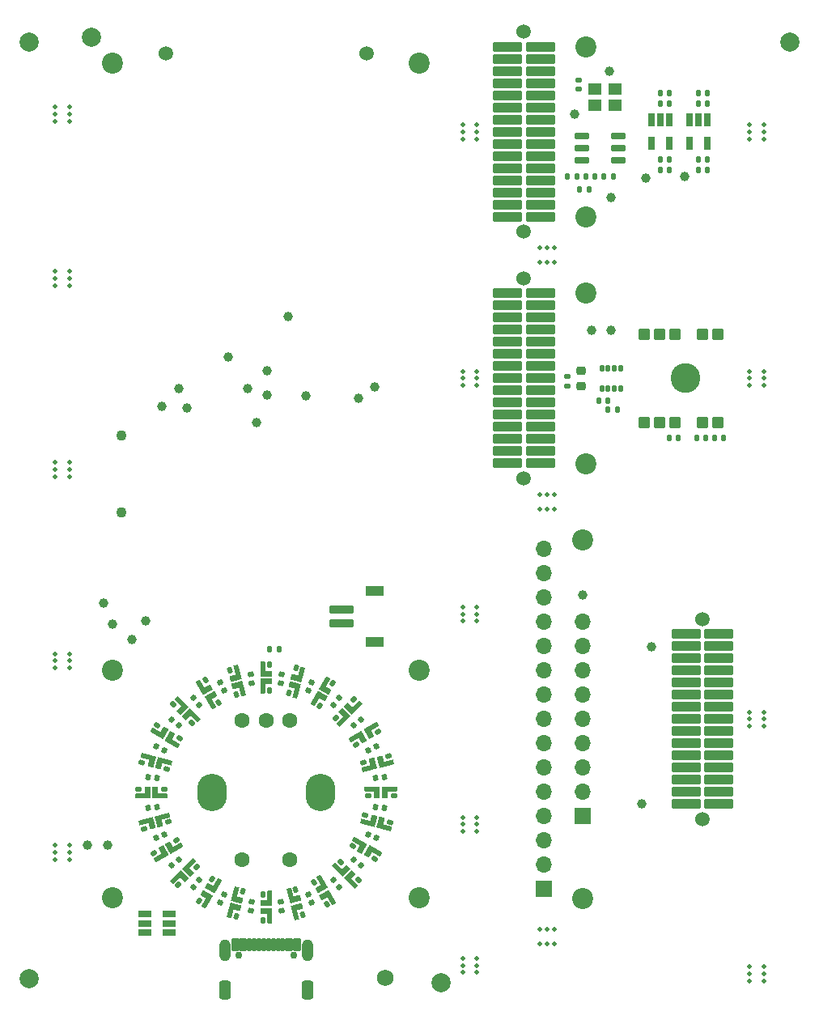
<source format=gbr>
%TF.GenerationSoftware,KiCad,Pcbnew,8.0.3*%
%TF.CreationDate,2024-06-12T08:46:35+02:00*%
%TF.ProjectId,EVT-PCB,4556542d-5043-4422-9e6b-696361645f70,rev?*%
%TF.SameCoordinates,PX3d6aa80PY9402a00*%
%TF.FileFunction,Soldermask,Top*%
%TF.FilePolarity,Negative*%
%FSLAX46Y46*%
G04 Gerber Fmt 4.6, Leading zero omitted, Abs format (unit mm)*
G04 Created by KiCad (PCBNEW 8.0.3) date 2024-06-12 08:46:35*
%MOMM*%
%LPD*%
G01*
G04 APERTURE LIST*
G04 Aperture macros list*
%AMRoundRect*
0 Rectangle with rounded corners*
0 $1 Rounding radius*
0 $2 $3 $4 $5 $6 $7 $8 $9 X,Y pos of 4 corners*
0 Add a 4 corners polygon primitive as box body*
4,1,4,$2,$3,$4,$5,$6,$7,$8,$9,$2,$3,0*
0 Add four circle primitives for the rounded corners*
1,1,$1+$1,$2,$3*
1,1,$1+$1,$4,$5*
1,1,$1+$1,$6,$7*
1,1,$1+$1,$8,$9*
0 Add four rect primitives between the rounded corners*
20,1,$1+$1,$2,$3,$4,$5,0*
20,1,$1+$1,$4,$5,$6,$7,0*
20,1,$1+$1,$6,$7,$8,$9,0*
20,1,$1+$1,$8,$9,$2,$3,0*%
%AMFreePoly0*
4,1,17,0.823462,0.239262,0.838400,0.203200,0.838400,-0.304800,0.823462,-0.340862,0.787399,-0.355800,0.152600,-0.355800,0.152600,-1.269990,0.137662,-1.306052,0.101600,-1.320990,-0.304800,-1.320990,-0.340862,-1.306052,-0.355800,-1.269990,-0.355800,0.203201,-0.340862,0.239262,-0.304800,0.254200,0.787399,0.254200,0.823462,0.239262,0.823462,0.239262,$1*%
%AMFreePoly1*
4,1,17,0.340862,0.239262,0.355800,0.203201,0.355800,-1.269990,0.340862,-1.306052,0.304800,-1.320990,-0.101600,-1.320990,-0.137662,-1.306052,-0.152600,-1.269990,-0.152600,-0.355800,-0.787399,-0.355800,-0.823462,-0.340862,-0.838400,-0.304800,-0.838400,0.203200,-0.823462,0.239262,-0.787399,0.254200,0.304800,0.254200,0.340862,0.239262,0.340862,0.239262,$1*%
G04 Aperture macros list end*
%ADD10R,1.900000X1.100000*%
%ADD11RoundRect,0.102000X-1.150000X0.350000X-1.150000X-0.350000X1.150000X-0.350000X1.150000X0.350000X0*%
%ADD12C,0.500000*%
%ADD13RoundRect,0.218750X0.256250X-0.218750X0.256250X0.218750X-0.256250X0.218750X-0.256250X-0.218750X0*%
%ADD14RoundRect,0.140000X0.140000X0.170000X-0.140000X0.170000X-0.140000X-0.170000X0.140000X-0.170000X0*%
%ADD15C,1.000000*%
%ADD16C,2.200000*%
%ADD17FreePoly0,45.000000*%
%ADD18RoundRect,0.051000X0.341250X-0.053882X-0.053882X0.341250X-0.341250X0.053882X0.053882X-0.341250X0*%
%ADD19FreePoly1,225.000000*%
%ADD20FreePoly0,345.000000*%
%ADD21RoundRect,0.051000X0.123962X-0.322472X0.268590X0.217288X-0.123962X0.322472X-0.268590X-0.217288X0*%
%ADD22FreePoly1,165.000000*%
%ADD23C,1.522000*%
%ADD24RoundRect,0.102000X-1.460000X0.370000X-1.460000X-0.370000X1.460000X-0.370000X1.460000X0.370000X0*%
%ADD25FreePoly0,255.000000*%
%ADD26RoundRect,0.051000X-0.322472X-0.123962X0.217288X-0.268590X0.322472X0.123962X-0.217288X0.268590X0*%
%ADD27FreePoly1,75.000000*%
%ADD28RoundRect,0.140000X0.186819X-0.116613X0.150272X0.160992X-0.186819X0.116613X-0.150272X-0.160992X0*%
%ADD29RoundRect,0.051000X-0.673100X-0.266700X0.673100X-0.266700X0.673100X0.266700X-0.673100X0.266700X0*%
%ADD30RoundRect,0.051000X-0.600000X0.300000X-0.600000X-0.300000X0.600000X-0.300000X0.600000X0.300000X0*%
%ADD31RoundRect,0.140000X-0.220097X0.007580X-0.049643X-0.214559X0.220097X-0.007580X0.049643X0.214559X0*%
%ADD32RoundRect,0.140000X0.103484X-0.194399X0.210635X0.064287X-0.103484X0.194399X-0.210635X-0.064287X0*%
%ADD33RoundRect,0.051000X-0.300000X-0.600000X0.300000X-0.600000X0.300000X0.600000X-0.300000X0.600000X0*%
%ADD34RoundRect,0.051000X-0.650000X0.550000X-0.650000X-0.550000X0.650000X-0.550000X0.650000X0.550000X0*%
%ADD35RoundRect,0.140000X0.064287X0.210635X-0.194399X0.103484X-0.064287X-0.210635X0.194399X-0.103484X0*%
%ADD36RoundRect,0.135000X0.135000X0.185000X-0.135000X0.185000X-0.135000X-0.185000X0.135000X-0.185000X0*%
%ADD37RoundRect,0.140000X-0.170000X0.140000X-0.170000X-0.140000X0.170000X-0.140000X0.170000X0.140000X0*%
%ADD38FreePoly0,270.000000*%
%ADD39RoundRect,0.051000X-0.279400X-0.203200X0.279400X-0.203200X0.279400X0.203200X-0.279400X0.203200X0*%
%ADD40FreePoly1,90.000000*%
%ADD41C,2.000000*%
%ADD42FreePoly0,240.000000*%
%ADD43RoundRect,0.051000X-0.343567X-0.036276X0.140367X-0.315676X0.343567X0.036276X-0.140367X0.315676X0*%
%ADD44FreePoly1,60.000000*%
%ADD45C,3.102000*%
%ADD46RoundRect,0.051000X-0.500000X0.500000X-0.500000X-0.500000X0.500000X-0.500000X0.500000X0.500000X0*%
%ADD47RoundRect,0.140000X-0.210635X0.064287X-0.103484X-0.194399X0.210635X-0.064287X0.103484X0.194399X0*%
%ADD48FreePoly0,120.000000*%
%ADD49RoundRect,0.051000X0.140367X0.315676X-0.343567X0.036276X-0.140367X-0.315676X0.343567X-0.036276X0*%
%ADD50FreePoly1,300.000000*%
%ADD51FreePoly0,90.000000*%
%ADD52RoundRect,0.051000X0.279400X0.203200X-0.279400X0.203200X-0.279400X-0.203200X0.279400X-0.203200X0*%
%ADD53FreePoly1,270.000000*%
%ADD54FreePoly0,165.000000*%
%ADD55RoundRect,0.051000X-0.123962X0.322472X-0.268590X-0.217288X0.123962X-0.322472X0.268590X0.217288X0*%
%ADD56FreePoly1,345.000000*%
%ADD57FreePoly0,195.000000*%
%ADD58RoundRect,0.051000X-0.268590X0.217288X-0.123962X-0.322472X0.268590X-0.217288X0.123962X0.322472X0*%
%ADD59FreePoly1,15.000000*%
%ADD60C,0.752000*%
%ADD61RoundRect,0.102000X-0.300000X-0.575000X0.300000X-0.575000X0.300000X0.575000X-0.300000X0.575000X0*%
%ADD62RoundRect,0.102000X-0.150000X-0.575000X0.150000X-0.575000X0.150000X0.575000X-0.150000X0.575000X0*%
%ADD63O,1.204000X2.304000*%
%ADD64RoundRect,0.301000X-0.301000X-0.701000X0.301000X-0.701000X0.301000X0.701000X-0.301000X0.701000X0*%
%ADD65RoundRect,0.051000X0.175000X0.250000X-0.175000X0.250000X-0.175000X-0.250000X0.175000X-0.250000X0*%
%ADD66RoundRect,0.140000X-0.049643X0.214559X-0.220097X-0.007580X0.049643X-0.214559X0.220097X0.007580X0*%
%ADD67RoundRect,0.140000X-0.116613X-0.186819X0.160992X-0.150272X0.116613X0.186819X-0.160992X0.150272X0*%
%ADD68FreePoly0,75.000000*%
%ADD69RoundRect,0.051000X0.322472X0.123962X-0.217288X0.268590X-0.322472X-0.123962X0.217288X-0.268590X0*%
%ADD70FreePoly1,255.000000*%
%ADD71RoundRect,0.140000X0.049643X-0.214559X0.220097X0.007580X-0.049643X0.214559X-0.220097X-0.007580X0*%
%ADD72FreePoly0,210.000000*%
%ADD73RoundRect,0.051000X-0.315676X0.140367X-0.036276X-0.343567X0.315676X-0.140367X0.036276X0.343567X0*%
%ADD74FreePoly1,30.000000*%
%ADD75R,1.700000X1.700000*%
%ADD76O,1.700000X1.700000*%
%ADD77FreePoly0,0.000000*%
%ADD78RoundRect,0.051000X0.203200X-0.279400X0.203200X0.279400X-0.203200X0.279400X-0.203200X-0.279400X0*%
%ADD79FreePoly1,180.000000*%
%ADD80RoundRect,0.102000X1.460000X-0.370000X1.460000X0.370000X-1.460000X0.370000X-1.460000X-0.370000X0*%
%ADD81FreePoly0,330.000000*%
%ADD82RoundRect,0.051000X0.036276X-0.343567X0.315676X0.140367X-0.036276X0.343567X-0.315676X-0.140367X0*%
%ADD83FreePoly1,150.000000*%
%ADD84RoundRect,0.140000X0.220097X-0.007580X0.049643X0.214559X-0.220097X0.007580X-0.049643X-0.214559X0*%
%ADD85RoundRect,0.140000X-0.103484X0.194399X-0.210635X-0.064287X0.103484X-0.194399X0.210635X0.064287X0*%
%ADD86RoundRect,0.140000X-0.007580X-0.220097X0.214559X-0.049643X0.007580X0.220097X-0.214559X0.049643X0*%
%ADD87C,1.602000*%
%ADD88O,3.102000X3.902000*%
%ADD89RoundRect,0.135000X-0.185000X0.135000X-0.185000X-0.135000X0.185000X-0.135000X0.185000X0.135000X0*%
%ADD90RoundRect,0.140000X0.210635X-0.064287X0.103484X0.194399X-0.210635X0.064287X-0.103484X-0.194399X0*%
%ADD91RoundRect,0.140000X0.007580X0.220097X-0.214559X0.049643X-0.007580X-0.220097X0.214559X-0.049643X0*%
%ADD92RoundRect,0.140000X-0.214559X-0.049643X0.007580X-0.220097X0.214559X0.049643X-0.007580X0.220097X0*%
%ADD93RoundRect,0.140000X0.116613X0.186819X-0.160992X0.150272X-0.116613X-0.186819X0.160992X-0.150272X0*%
%ADD94FreePoly0,30.000000*%
%ADD95RoundRect,0.051000X0.315676X-0.140367X0.036276X0.343567X-0.315676X0.140367X-0.036276X-0.343567X0*%
%ADD96FreePoly1,210.000000*%
%ADD97FreePoly0,315.000000*%
%ADD98RoundRect,0.051000X-0.053882X-0.341250X0.341250X0.053882X0.053882X0.341250X-0.341250X-0.053882X0*%
%ADD99FreePoly1,135.000000*%
%ADD100RoundRect,0.140000X-0.140000X-0.170000X0.140000X-0.170000X0.140000X0.170000X-0.140000X0.170000X0*%
%ADD101RoundRect,0.140000X0.150272X-0.160992X0.186819X0.116613X-0.150272X0.160992X-0.186819X-0.116613X0*%
%ADD102FreePoly0,15.000000*%
%ADD103RoundRect,0.051000X0.268590X-0.217288X0.123962X0.322472X-0.268590X0.217288X-0.123962X-0.322472X0*%
%ADD104FreePoly1,195.000000*%
%ADD105FreePoly0,300.000000*%
%ADD106RoundRect,0.051000X-0.140367X-0.315676X0.343567X-0.036276X0.140367X0.315676X-0.343567X0.036276X0*%
%ADD107FreePoly1,120.000000*%
%ADD108RoundRect,0.140000X-0.064287X-0.210635X0.194399X-0.103484X0.064287X0.210635X-0.194399X0.103484X0*%
%ADD109RoundRect,0.140000X-0.194399X-0.103484X0.064287X-0.210635X0.194399X0.103484X-0.064287X0.210635X0*%
%ADD110FreePoly0,135.000000*%
%ADD111RoundRect,0.051000X0.053882X0.341250X-0.341250X-0.053882X-0.053882X-0.341250X0.341250X0.053882X0*%
%ADD112FreePoly1,315.000000*%
%ADD113FreePoly0,150.000000*%
%ADD114RoundRect,0.051000X-0.036276X0.343567X-0.315676X-0.140367X0.036276X-0.343567X0.315676X0.140367X0*%
%ADD115FreePoly1,330.000000*%
%ADD116RoundRect,0.140000X0.160992X0.150272X-0.116613X0.186819X-0.160992X-0.150272X0.116613X-0.186819X0*%
%ADD117RoundRect,0.140000X0.214559X0.049643X-0.007580X0.220097X-0.214559X-0.049643X0.007580X-0.220097X0*%
%ADD118FreePoly0,285.000000*%
%ADD119RoundRect,0.051000X-0.217288X-0.268590X0.322472X-0.123962X0.217288X0.268590X-0.322472X0.123962X0*%
%ADD120FreePoly1,105.000000*%
%ADD121FreePoly0,105.000000*%
%ADD122RoundRect,0.051000X0.217288X0.268590X-0.322472X0.123962X-0.217288X-0.268590X0.322472X-0.123962X0*%
%ADD123FreePoly1,285.000000*%
%ADD124RoundRect,0.140000X-0.186819X0.116613X-0.150272X-0.160992X0.186819X-0.116613X0.150272X0.160992X0*%
%ADD125FreePoly0,60.000000*%
%ADD126RoundRect,0.051000X0.343567X0.036276X-0.140367X0.315676X-0.343567X-0.036276X0.140367X-0.315676X0*%
%ADD127FreePoly1,240.000000*%
%ADD128RoundRect,0.140000X-0.160992X-0.150272X0.116613X-0.186819X0.160992X0.150272X-0.116613X0.186819X0*%
%ADD129RoundRect,0.140000X0.194399X0.103484X-0.064287X0.210635X-0.194399X-0.103484X0.064287X-0.210635X0*%
%ADD130RoundRect,0.140000X-0.150272X0.160992X-0.186819X-0.116613X0.150272X-0.160992X0.186819X0.116613X0*%
%ADD131FreePoly0,180.000000*%
%ADD132RoundRect,0.051000X-0.203200X0.279400X-0.203200X-0.279400X0.203200X-0.279400X0.203200X0.279400X0*%
%ADD133FreePoly1,0.000000*%
%ADD134FreePoly0,225.000000*%
%ADD135RoundRect,0.051000X-0.341250X0.053882X0.053882X-0.341250X0.341250X-0.053882X-0.053882X0.341250X0*%
%ADD136FreePoly1,45.000000*%
%ADD137C,1.727000*%
%ADD138C,1.102000*%
G04 APERTURE END LIST*
D10*
%TO.C,J401*%
X38700000Y43000000D03*
X38700000Y37600000D03*
D11*
X35200000Y39550000D03*
X35200000Y41050000D03*
%TD*%
D12*
%TO.C,mouse-bite-2mm-slot*%
X47850000Y3050000D03*
X49350000Y3050000D03*
X47850000Y3800000D03*
X49350000Y3800000D03*
X47850000Y4550000D03*
X49350000Y4550000D03*
%TD*%
%TO.C,mouse-bite-2mm-slot3*%
X57425000Y77350000D03*
X57425000Y78850000D03*
X56675000Y77350000D03*
X56675000Y78850000D03*
X55925000Y77350000D03*
X55925000Y78850000D03*
%TD*%
D13*
%TO.C,D1201*%
X60250000Y64412500D03*
X60250000Y65987500D03*
%TD*%
D14*
%TO.C,C1202*%
X73330000Y59000000D03*
X72370000Y59000000D03*
%TD*%
D15*
%TO.C,TP117*%
X23340000Y67400000D03*
%TD*%
%TO.C,TP1303*%
X67630000Y37140000D03*
%TD*%
%TO.C,TP1101*%
X67025000Y86175000D03*
%TD*%
%TO.C,TP106*%
X8600000Y16400000D03*
%TD*%
D16*
%TO.C,H1302*%
X60450000Y48300000D03*
%TD*%
D17*
%TO.C,D510*%
X35864799Y12983667D03*
D18*
X36986832Y12707082D03*
X35077644Y14616270D03*
D19*
X35356557Y13493545D03*
%TD*%
D20*
%TO.C,D514*%
X23860628Y10024501D03*
D21*
X24182115Y8914499D03*
X24880926Y11522498D03*
D22*
X24048075Y10719590D03*
%TD*%
D15*
%TO.C,TP1108*%
X63350000Y84100000D03*
%TD*%
D23*
%TO.C,J1101*%
X54268000Y101480000D03*
X54268000Y80520000D03*
D24*
X52553000Y99890000D03*
X55983000Y99890000D03*
X52553000Y98620000D03*
X55983000Y98620000D03*
X52553000Y97350000D03*
X55983000Y97350000D03*
X52553000Y96080000D03*
X55983000Y96080000D03*
X52553000Y94810000D03*
X55983000Y94810000D03*
X52553000Y93540000D03*
X55983000Y93540000D03*
X52553000Y92270000D03*
X55983000Y92270000D03*
X52553000Y91000000D03*
X55983000Y91000000D03*
X52553000Y89730000D03*
X55983000Y89730000D03*
X52553000Y88460000D03*
X55983000Y88460000D03*
X52553000Y87190000D03*
X55983000Y87190000D03*
X52553000Y85920000D03*
X55983000Y85920000D03*
X52553000Y84650000D03*
X55983000Y84650000D03*
X52553000Y83380000D03*
X55983000Y83380000D03*
X52553000Y82110000D03*
X55983000Y82110000D03*
%TD*%
D25*
%TO.C,D520*%
X15424500Y25339372D03*
D26*
X14314498Y25017885D03*
X16922497Y24319074D03*
D27*
X16119589Y25151925D03*
%TD*%
D12*
%TO.C,mouse-bite-2mm-slot*%
X57425000Y6050000D03*
X57425000Y7550000D03*
X56675000Y6050000D03*
X56675000Y7550000D03*
X55925000Y6050000D03*
X55925000Y7550000D03*
%TD*%
D28*
%TO.C,C527*%
X25796338Y33321441D03*
X25671032Y34273235D03*
%TD*%
D29*
%TO.C,U1104*%
X60345000Y90570000D03*
X60345000Y89300000D03*
X60345000Y88030000D03*
X64155000Y88030000D03*
X64155000Y89300000D03*
X64155000Y90570000D03*
%TD*%
D14*
%TO.C,C1106*%
X61730000Y86300000D03*
X60770000Y86300000D03*
%TD*%
D30*
%TO.C,D301*%
X17150000Y7250000D03*
X17150000Y8200000D03*
X17150000Y9150000D03*
X14650000Y9150000D03*
X14650000Y8200000D03*
X14650000Y7250000D03*
%TD*%
D31*
%TO.C,C513*%
X34312932Y12760569D03*
X34897342Y11998951D03*
%TD*%
D15*
%TO.C,TP123*%
X19000000Y62100000D03*
%TD*%
D32*
%TO.C,C505*%
X31708513Y32543093D03*
X32075889Y33430017D03*
%TD*%
D15*
%TO.C,TP102*%
X38700000Y64300000D03*
%TD*%
%TO.C,TP121*%
X16400000Y62300000D03*
%TD*%
D33*
%TO.C,U1101*%
X69500000Y92250000D03*
X68550000Y92250000D03*
X67600000Y92250000D03*
X67600000Y89750000D03*
X69500000Y89750000D03*
%TD*%
D12*
%TO.C,mouse-bite-2mm-slot*%
X77850000Y2150000D03*
X79350000Y2150000D03*
X77850000Y2900000D03*
X79350000Y2900000D03*
X77850000Y3650000D03*
X79350000Y3650000D03*
%TD*%
D34*
%TO.C,X1101*%
X63800000Y95425000D03*
X61700000Y95425000D03*
X61700000Y93775000D03*
X63800000Y93775000D03*
%TD*%
D35*
%TO.C,C508*%
X38830016Y26675889D03*
X37943092Y26308513D03*
%TD*%
D36*
%TO.C,R1101*%
X63660000Y86300000D03*
X62640000Y86300000D03*
%TD*%
D37*
%TO.C,C1101*%
X60000000Y96380000D03*
X60000000Y95420000D03*
%TD*%
D38*
%TO.C,D507*%
X38938973Y22148572D03*
D39*
X37950000Y21550750D03*
X40650000Y21550750D03*
D40*
X39658892Y22147415D03*
%TD*%
D41*
%TO.C,FID102*%
X82100000Y100400000D03*
%TD*%
D42*
%TO.C,D509*%
X37503931Y16295783D03*
D43*
X36348545Y16272541D03*
X38686813Y14922541D03*
D44*
X38126821Y15934822D03*
%TD*%
D12*
%TO.C,mouse-bite-2mm-slot1*%
X5250000Y74900000D03*
X6750000Y74900000D03*
X5250000Y75650000D03*
X6750000Y75650000D03*
X5250000Y76400000D03*
X6750000Y76400000D03*
%TD*%
D16*
%TO.C,H1301*%
X60450000Y10800000D03*
%TD*%
D45*
%TO.C,U1201*%
X71200000Y65200000D03*
D46*
X74550000Y69825000D03*
X72950000Y69825000D03*
X70050000Y69825000D03*
X68450000Y69825000D03*
X66850000Y69825000D03*
X66850000Y60575000D03*
X68450000Y60575000D03*
X70050000Y60575000D03*
X72950000Y60575000D03*
X74550000Y60575000D03*
%TD*%
D14*
%TO.C,C1108*%
X73500000Y93925000D03*
X72540000Y93925000D03*
%TD*%
D12*
%TO.C,mouse-bite-2mm-slot3*%
X47850000Y64450000D03*
X49350000Y64450000D03*
X47850000Y65200000D03*
X49350000Y65200000D03*
X47850000Y65950000D03*
X49350000Y65950000D03*
%TD*%
D47*
%TO.C,C526*%
X22524110Y33430017D03*
X22891486Y32543093D03*
%TD*%
D12*
%TO.C,mouse-bite-2mm-slot*%
X5250000Y92100000D03*
X6750000Y92100000D03*
X5250000Y92850000D03*
X6750000Y92850000D03*
X5250000Y93600000D03*
X6750000Y93600000D03*
%TD*%
D16*
%TO.C,H105*%
X11260000Y10860000D03*
%TD*%
D48*
%TO.C,D517*%
X17344640Y15865244D03*
D49*
X17902204Y16877459D03*
X15563936Y15527459D03*
D50*
X16720593Y15506286D03*
%TD*%
D14*
%TO.C,C1206*%
X64035000Y61975000D03*
X63075000Y61975000D03*
%TD*%
D51*
%TO.C,D519*%
X15661027Y21651428D03*
D52*
X16650000Y22249250D03*
X13950000Y22249250D03*
D53*
X14941108Y21652585D03*
%TD*%
D41*
%TO.C,FID107*%
X2500000Y2450000D03*
%TD*%
D54*
%TO.C,D502*%
X30739371Y33775500D03*
D55*
X30417884Y34885502D03*
X29719073Y32277503D03*
D56*
X30551924Y33080411D03*
%TD*%
D57*
%TO.C,D524*%
X24340831Y33904170D03*
D58*
X23507416Y34704717D03*
X24206227Y32096718D03*
D59*
X24526044Y33208483D03*
%TD*%
D60*
%TO.C,J301*%
X24410000Y4905000D03*
X30190000Y4905000D03*
D61*
X24100000Y5980000D03*
X24900000Y5980000D03*
D62*
X26050000Y5980000D03*
X27050000Y5980000D03*
X27550000Y5980000D03*
X28550000Y5980000D03*
D61*
X30500000Y5980000D03*
X29700000Y5980000D03*
D62*
X29050000Y5980000D03*
X28050000Y5980000D03*
X26550000Y5980000D03*
X25550000Y5980000D03*
D63*
X22980000Y5405000D03*
X31620000Y5405000D03*
D64*
X22980000Y1225000D03*
X31620000Y1225000D03*
%TD*%
D15*
%TO.C,TP1102*%
X59550000Y92850000D03*
%TD*%
%TO.C,TP119*%
X25400000Y64150000D03*
%TD*%
D14*
%TO.C,C1107*%
X73500000Y95000000D03*
X72540000Y95000000D03*
%TD*%
%TO.C,C1109*%
X73500000Y88125000D03*
X72540000Y88125000D03*
%TD*%
D12*
%TO.C,mouse-bite-2mm-slot4*%
X5250000Y14900000D03*
X6750000Y14900000D03*
X5250000Y15650000D03*
X6750000Y15650000D03*
X5250000Y16400000D03*
X6750000Y16400000D03*
%TD*%
D15*
%TO.C,TP111*%
X14700000Y39800000D03*
%TD*%
D12*
%TO.C,mouse-bite-2mm-slot3*%
X5250000Y34900000D03*
X6750000Y34900000D03*
X5250000Y35650000D03*
X6750000Y35650000D03*
X5250000Y36400000D03*
X6750000Y36400000D03*
%TD*%
%TO.C,mouse-bite-2mm-slot3*%
X47850000Y39800000D03*
X49350000Y39800000D03*
X47850000Y40550000D03*
X49350000Y40550000D03*
X47850000Y41300000D03*
X49350000Y41300000D03*
%TD*%
D65*
%TO.C,U1202*%
X62425000Y66225000D03*
X63075000Y66225000D03*
X63725000Y66225000D03*
X64375000Y66225000D03*
X64375000Y64175000D03*
X63725000Y64175000D03*
X63075000Y64175000D03*
X62425000Y64175000D03*
%TD*%
D15*
%TO.C,TP118*%
X27400000Y63500000D03*
%TD*%
D66*
%TO.C,C506*%
X34897342Y31801049D03*
X34312932Y31039431D03*
%TD*%
D67*
%TO.C,C509*%
X38721444Y23403663D03*
X39673230Y23528967D03*
%TD*%
D68*
%TO.C,D508*%
X39175499Y18460629D03*
D69*
X40285501Y18782116D03*
X37677502Y19480927D03*
D70*
X38480410Y18648076D03*
%TD*%
D33*
%TO.C,U1103*%
X73500000Y92250000D03*
X72550000Y92250000D03*
X71600000Y92250000D03*
X71600000Y89750000D03*
X73500000Y89750000D03*
%TD*%
D16*
%TO.C,H102*%
X43340000Y98140000D03*
%TD*%
D71*
%TO.C,C518*%
X19702658Y11998952D03*
X20287068Y12760570D03*
%TD*%
D72*
%TO.C,D511*%
X33334756Y11944641D03*
D73*
X32322541Y12502205D03*
X33672541Y10163937D03*
D74*
X33693714Y11320594D03*
%TD*%
D16*
%TO.C,H101*%
X11260000Y98140000D03*
%TD*%
D15*
%TO.C,TP1104*%
X63200000Y97350000D03*
%TD*%
D75*
%TO.C,J1304*%
X56375000Y11780000D03*
D76*
X56375000Y14320000D03*
X56375000Y16860000D03*
X56375000Y19400000D03*
X56375000Y21940000D03*
X56375000Y24480000D03*
X56375000Y27020000D03*
X56375000Y29560000D03*
X56375000Y32100000D03*
X56375000Y34640000D03*
X56375000Y37180000D03*
X56375000Y39720000D03*
X56375000Y42260000D03*
X56375000Y44800000D03*
X56375000Y47340000D03*
%TD*%
D15*
%TO.C,TP1302*%
X60425000Y42550000D03*
%TD*%
D77*
%TO.C,D501*%
X27051428Y33538973D03*
D78*
X27649250Y32550000D03*
X27649250Y35250000D03*
D79*
X27052585Y34258892D03*
%TD*%
D23*
%TO.C,J1303*%
X72932000Y19070000D03*
X72932000Y40030000D03*
D80*
X74647000Y20660000D03*
X71217000Y20660000D03*
X74647000Y21930000D03*
X71217000Y21930000D03*
X74647000Y23200000D03*
X71217000Y23200000D03*
X74647000Y24470000D03*
X71217000Y24470000D03*
X74647000Y25740000D03*
X71217000Y25740000D03*
X74647000Y27010000D03*
X71217000Y27010000D03*
X74647000Y28280000D03*
X71217000Y28280000D03*
X74647000Y29550000D03*
X71217000Y29550000D03*
X74647000Y30820000D03*
X71217000Y30820000D03*
X74647000Y32090000D03*
X71217000Y32090000D03*
X74647000Y33360000D03*
X71217000Y33360000D03*
X74647000Y34630000D03*
X71217000Y34630000D03*
X74647000Y35900000D03*
X71217000Y35900000D03*
X74647000Y37170000D03*
X71217000Y37170000D03*
X74647000Y38440000D03*
X71217000Y38440000D03*
%TD*%
D81*
%TO.C,D503*%
X32904217Y32103932D03*
D82*
X32927459Y30948546D03*
X34277459Y33286814D03*
D83*
X33265178Y32726822D03*
%TD*%
D16*
%TO.C,H106*%
X11260000Y34634000D03*
%TD*%
D84*
%TO.C,C525*%
X20287067Y31039432D03*
X19702657Y31801050D03*
%TD*%
D15*
%TO.C,TP115*%
X31500000Y63400000D03*
%TD*%
D12*
%TO.C,mouse-bite-2mm-slot*%
X77850000Y64450000D03*
X79350000Y64450000D03*
X77850000Y65200000D03*
X79350000Y65200000D03*
X77850000Y65950000D03*
X79350000Y65950000D03*
%TD*%
D85*
%TO.C,C517*%
X22891486Y11256909D03*
X22524110Y10369985D03*
%TD*%
D15*
%TO.C,TP101*%
X37000000Y63100000D03*
%TD*%
D86*
%TO.C,C507*%
X36439431Y28912933D03*
X37201049Y29497343D03*
%TD*%
D16*
%TO.C,H103*%
X43340000Y34634000D03*
%TD*%
D87*
%TO.C,E501*%
X29800000Y14900000D03*
X24800000Y14900000D03*
X29800000Y29400000D03*
X24800000Y29400000D03*
X27300000Y29400000D03*
D88*
X33000000Y21900000D03*
X21600000Y21900000D03*
%TD*%
D89*
%TO.C,R1201*%
X58800000Y65430000D03*
X58800000Y64410000D03*
%TD*%
D90*
%TO.C,C514*%
X32075889Y10369984D03*
X31708513Y11256908D03*
%TD*%
D91*
%TO.C,C519*%
X18160568Y14887068D03*
X17398950Y14302658D03*
%TD*%
D16*
%TO.C,H1201*%
X60750000Y74100000D03*
%TD*%
D14*
%TO.C,C1104*%
X69500000Y88125000D03*
X68540000Y88125000D03*
%TD*%
D12*
%TO.C,mouse-bite-2mm-slot*%
X77850000Y28800000D03*
X79350000Y28800000D03*
X77850000Y29550000D03*
X79350000Y29550000D03*
X77850000Y30300000D03*
X79350000Y30300000D03*
%TD*%
D92*
%TO.C,C524*%
X17398951Y29497342D03*
X18160569Y28912932D03*
%TD*%
D15*
%TO.C,TP122*%
X26300000Y60600000D03*
%TD*%
D93*
%TO.C,C521*%
X15878555Y20396338D03*
X14926769Y20271034D03*
%TD*%
D94*
%TO.C,D523*%
X21265243Y31855360D03*
D95*
X22277458Y31297796D03*
X20927458Y33636064D03*
D96*
X20906285Y32479407D03*
%TD*%
D15*
%TO.C,TP116*%
X27400000Y66000000D03*
%TD*%
D97*
%TO.C,D516*%
X18383666Y13335201D03*
D98*
X18107081Y12213168D03*
X20016269Y14122356D03*
D99*
X18893544Y13843443D03*
%TD*%
D15*
%TO.C,TP108*%
X10300000Y41700000D03*
%TD*%
D23*
%TO.C,J1201*%
X54268000Y75680000D03*
X54268000Y54720000D03*
D24*
X52553000Y74090000D03*
X55983000Y74090000D03*
X52553000Y72820000D03*
X55983000Y72820000D03*
X52553000Y71550000D03*
X55983000Y71550000D03*
X52553000Y70280000D03*
X55983000Y70280000D03*
X52553000Y69010000D03*
X55983000Y69010000D03*
X52553000Y67740000D03*
X55983000Y67740000D03*
X52553000Y66470000D03*
X55983000Y66470000D03*
X52553000Y65200000D03*
X55983000Y65200000D03*
X52553000Y63930000D03*
X55983000Y63930000D03*
X52553000Y62660000D03*
X55983000Y62660000D03*
X52553000Y61390000D03*
X55983000Y61390000D03*
X52553000Y60120000D03*
X55983000Y60120000D03*
X52553000Y58850000D03*
X55983000Y58850000D03*
X52553000Y57580000D03*
X55983000Y57580000D03*
X52553000Y56310000D03*
X55983000Y56310000D03*
%TD*%
D12*
%TO.C,mouse-bite-2mm-slot*%
X47850000Y17800000D03*
X49350000Y17800000D03*
X47850000Y18550000D03*
X49350000Y18550000D03*
X47850000Y19300000D03*
X49350000Y19300000D03*
%TD*%
D15*
%TO.C,TP109*%
X11200000Y39500000D03*
%TD*%
D12*
%TO.C,mouse-bite-2mm-slot*%
X77850000Y90250000D03*
X79350000Y90250000D03*
X77850000Y91000000D03*
X79350000Y91000000D03*
X77850000Y91750000D03*
X79350000Y91750000D03*
%TD*%
D36*
%TO.C,R1103*%
X61060000Y85000000D03*
X60040000Y85000000D03*
%TD*%
D100*
%TO.C,C1205*%
X62115000Y62900000D03*
X63075000Y62900000D03*
%TD*%
D12*
%TO.C,mouse-bite-2mm-slot3*%
X47850000Y90250000D03*
X49350000Y90250000D03*
X47850000Y91000000D03*
X49350000Y91000000D03*
X47850000Y91750000D03*
X49350000Y91750000D03*
%TD*%
D101*
%TO.C,C516*%
X25671033Y9526765D03*
X25796339Y10478559D03*
%TD*%
D15*
%TO.C,TP1202*%
X61350000Y70200000D03*
%TD*%
D102*
%TO.C,D512*%
X30259168Y9895831D03*
D103*
X31092583Y9095284D03*
X30393772Y11703283D03*
D104*
X30073955Y10591518D03*
%TD*%
D105*
%TO.C,D505*%
X37255359Y27934756D03*
D106*
X36697795Y26922541D03*
X39036063Y28272541D03*
D107*
X37879406Y28293714D03*
%TD*%
D12*
%TO.C,mouse-bite-2mm-slot3*%
X57425000Y51550000D03*
X57425000Y53050000D03*
X56675000Y51550000D03*
X56675000Y53050000D03*
X55925000Y51550000D03*
X55925000Y53050000D03*
%TD*%
D108*
%TO.C,C520*%
X15769983Y17124111D03*
X16656907Y17491487D03*
%TD*%
D15*
%TO.C,TP110*%
X13300000Y37900000D03*
%TD*%
D109*
%TO.C,C511*%
X37943092Y17491487D03*
X38830016Y17124111D03*
%TD*%
D15*
%TO.C,TP120*%
X18200000Y64100000D03*
%TD*%
%TO.C,TP1301*%
X66608528Y20660000D03*
%TD*%
D110*
%TO.C,D504*%
X36216333Y30464800D03*
D111*
X36492918Y31586833D03*
X34583730Y29677645D03*
D112*
X35706455Y29956558D03*
%TD*%
D41*
%TO.C,FID101*%
X2500000Y100350000D03*
%TD*%
D113*
%TO.C,D515*%
X21695783Y11696069D03*
D114*
X21672541Y12851455D03*
X20322541Y10513187D03*
D115*
X21334822Y11073179D03*
%TD*%
D16*
%TO.C,H1202*%
X60750000Y56300000D03*
%TD*%
D116*
%TO.C,C510*%
X39673235Y20271033D03*
X38721441Y20396339D03*
%TD*%
D117*
%TO.C,C512*%
X37201048Y14302658D03*
X36439430Y14887068D03*
%TD*%
D118*
%TO.C,D518*%
X15295830Y18940832D03*
D119*
X14495283Y18107417D03*
X17103282Y18806228D03*
D120*
X15991517Y19126045D03*
%TD*%
D121*
%TO.C,D506*%
X39304169Y24859169D03*
D122*
X40104716Y25692584D03*
X37496717Y24993773D03*
D123*
X38608482Y24673956D03*
%TD*%
D15*
%TO.C,TP107*%
X10700000Y16400000D03*
%TD*%
D124*
%TO.C,C515*%
X28803662Y10478556D03*
X28928966Y9526770D03*
%TD*%
D125*
%TO.C,D521*%
X17096068Y27504217D03*
D126*
X18251454Y27527459D03*
X15913186Y28877459D03*
D127*
X16473178Y27865178D03*
%TD*%
D15*
%TO.C,TP1103*%
X71100000Y86325000D03*
%TD*%
D41*
%TO.C,FID105*%
X45600000Y2000000D03*
%TD*%
D14*
%TO.C,C1203*%
X70450000Y59000000D03*
X69490000Y59000000D03*
%TD*%
D128*
%TO.C,C522*%
X14926765Y23528967D03*
X15878559Y23403661D03*
%TD*%
D16*
%TO.C,H104*%
X43340000Y10860000D03*
%TD*%
D129*
%TO.C,C523*%
X16656908Y26308514D03*
X15769984Y26675890D03*
%TD*%
D14*
%TO.C,C1105*%
X69500000Y87000000D03*
X68540000Y87000000D03*
%TD*%
D130*
%TO.C,C504*%
X28928966Y34273231D03*
X28803662Y33321445D03*
%TD*%
D131*
%TO.C,D513*%
X27548572Y10261027D03*
D132*
X26950750Y11250000D03*
X26950750Y8550000D03*
D133*
X27547415Y9541108D03*
%TD*%
D14*
%TO.C,C1103*%
X69500000Y93925000D03*
X68540000Y93925000D03*
%TD*%
D12*
%TO.C,mouse-bite-2mm-slot2*%
X5250000Y54900000D03*
X6750000Y54900000D03*
X5250000Y55650000D03*
X6750000Y55650000D03*
X5250000Y56400000D03*
X6750000Y56400000D03*
%TD*%
D36*
%TO.C,R502*%
X28670000Y36900000D03*
X27650000Y36900000D03*
%TD*%
D41*
%TO.C,FID104*%
X9000000Y100900000D03*
%TD*%
D36*
%TO.C,R1102*%
X59860000Y86300000D03*
X58840000Y86300000D03*
%TD*%
D15*
%TO.C,TP1203*%
X63350000Y70200000D03*
%TD*%
D75*
%TO.C,J1302*%
X60425000Y19400000D03*
D76*
X60425000Y21940000D03*
X60425000Y24480000D03*
X60425000Y27020000D03*
X60425000Y29560000D03*
X60425000Y32100000D03*
X60425000Y34640000D03*
X60425000Y37180000D03*
X60425000Y39720000D03*
%TD*%
D14*
%TO.C,C1110*%
X73500000Y87000000D03*
X72540000Y87000000D03*
%TD*%
D100*
%TO.C,C1201*%
X74220000Y59000000D03*
X75180000Y59000000D03*
%TD*%
D14*
%TO.C,C1102*%
X69500000Y95000000D03*
X68540000Y95000000D03*
%TD*%
D15*
%TO.C,TP112*%
X29600000Y71700000D03*
%TD*%
D134*
%TO.C,D522*%
X18735200Y30816334D03*
D135*
X17613167Y31092919D03*
X19522355Y29183731D03*
D136*
X19243442Y30306456D03*
%TD*%
D137*
%TO.C,M601*%
X39800000Y2500000D03*
%TD*%
D138*
%TO.C,J901*%
X12200000Y51200000D03*
X12200000Y59200000D03*
%TD*%
D23*
%TO.C,J101*%
X37780000Y99200000D03*
X16820000Y99200000D03*
%TD*%
D16*
%TO.C,H1102*%
X60750000Y82100000D03*
%TD*%
%TO.C,H1101*%
X60750000Y99900000D03*
%TD*%
M02*

</source>
